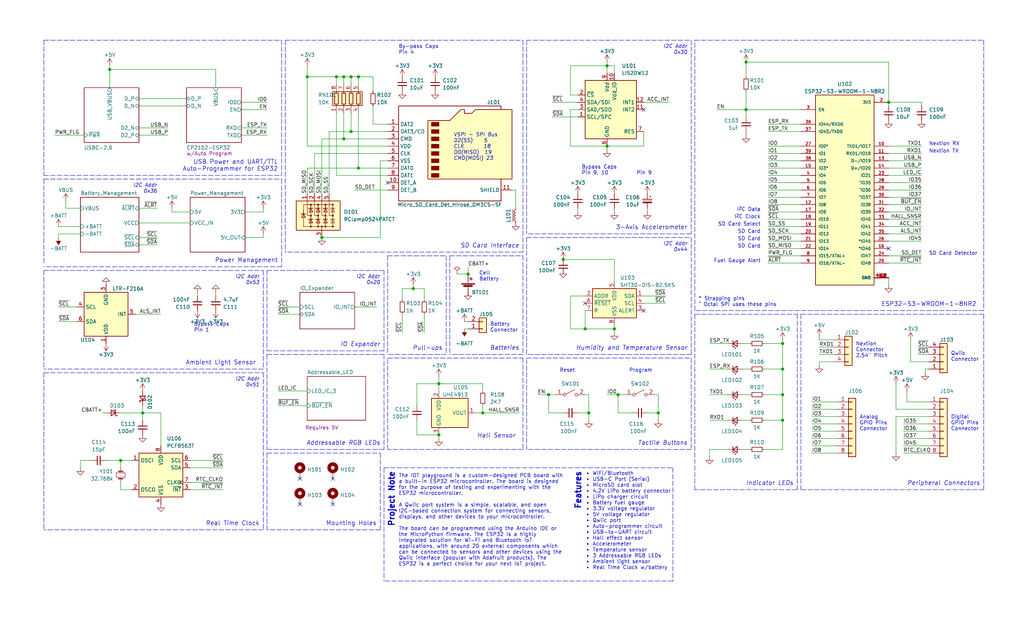
<source format=kicad_sch>
(kicad_sch (version 20230121) (generator eeschema)
  (paper "USLegal")
  (title_block (title "IOT Playground Board - ESP32") (date "2023-02-07") (rev "A") (company "Joshua Butler, MD, MHI"))
  (junction (at 143.51 100.33))
  (junction (at 106.68 26.67))
  (junction (at 204.47 143.51))
  (junction (at 259.08 38.1))
  (junction (at 213.36 114.3))
  (junction (at 167.64 143.51))
  (junction (at 228.6 143.51))
  (junction (at 271.78 137.16))
  (junction (at 38.1 24.13))
  (junction (at 124.46 26.67))
  (junction (at 271.78 119.38))
  (junction (at 152.4 151.13))
  (junction (at 203.2 114.3))
  (junction (at 271.78 146.05))
  (junction (at 124.46 58.42))
  (junction (at 121.92 45.72))
  (junction (at 49.53 143.51))
  (junction (at 162.56 95.25))
  (junction (at 41.91 160.02))
  (junction (at 210.82 22.86))
  (junction (at 210.82 50.8))
  (junction (at 190.5 137.16))
  (junction (at 119.38 48.26))
  (junction (at 214.63 137.16))
  (junction (at 152.4 133.35))
  (junction (at 271.78 128.27))
  (junction (at 259.08 21.59))
  (junction (at 116.84 26.67))
  (junction (at 121.92 26.67))
  (junction (at 195.58 90.17))
  (junction (at 308.61 35.56))
  (junction (at 119.38 26.67))
  (junction (at 111.76 82.55))
  (no_connect (at 308.61 86.36))
  (no_connect (at 104.14 166.37))
  (no_connect (at 134.62 63.5))
  (no_connect (at 223.52 107.95))
  (no_connect (at 115.57 166.37))
  (no_connect (at 223.52 38.1))
  (no_connect (at 115.57 175.26))
  (no_connect (at 104.14 175.26))
  (no_connect (at 203.2 105.41))
  (polyline (pts (xy 276.86 109.22) (xy 276.86 170.18)) (stroke (width 0) (type dash)))
  (polyline (pts (xy 182.88 124.46) (xy 240.03 124.46)) (stroke (width 0) (type dash)))
  (wire (pts (xy 27.94 162.56) (xy 27.94 160.02)))
  (wire (pts (xy 248.92 38.1) (xy 259.08 38.1)))
  (wire (pts (xy 266.7 86.36) (xy 278.13 86.36)))
  (wire (pts (xy 278.13 43.18) (xy 266.7 43.18)))
  (wire (pts (xy 203.2 102.87) (xy 198.12 102.87)))
  (polyline (pts (xy 240.03 81.28) (xy 182.88 81.28)) (stroke (width 0) (type dash)))
  (polyline (pts (xy 91.44 129.54) (xy 91.44 184.15)) (stroke (width 0) (type dash)))
  (wire (pts (xy 219.71 143.51) (xy 214.63 143.51)))
  (wire (pts (xy 49.53 143.51) (xy 55.88 143.51)))
  (wire (pts (xy 281.94 152.4) (xy 290.83 152.4)))
  (wire (pts (xy 289.56 118.11) (xy 284.48 118.11)))
  (wire (pts (xy 203.2 137.16) (xy 204.47 137.16)))
  (wire (pts (xy 224.79 73.66) (xy 224.79 72.39)))
  (polyline (pts (xy 15.24 62.23) (xy 15.24 91.44)) (stroke (width 0) (type dash)))
  (polyline (pts (xy 15.24 60.96) (xy 97.79 60.96)) (stroke (width 0) (type dash)))
  (wire (pts (xy 66.04 170.18) (xy 77.47 170.18)))
  (wire (pts (xy 213.36 114.3) (xy 213.36 115.57)))
  (wire (pts (xy 132.08 55.88) (xy 132.08 82.55)))
  (wire (pts (xy 152.4 133.35) (xy 152.4 135.89)))
  (wire (pts (xy 284.48 123.19) (xy 289.56 123.19)))
  (wire (pts (xy 281.94 139.7) (xy 290.83 139.7)))
  (wire (pts (xy 198.12 114.3) (xy 203.2 114.3)))
  (wire (pts (xy 49.53 140.97) (xy 49.53 143.51)))
  (wire (pts (xy 144.78 151.13) (xy 152.4 151.13)))
  (wire (pts (xy 66.04 73.66) (xy 59.69 73.66)))
  (wire (pts (xy 198.12 22.86) (xy 210.82 22.86)))
  (wire (pts (xy 308.61 83.82) (xy 320.04 83.82)))
  (polyline (pts (xy 240.03 123.19) (xy 182.88 123.19)) (stroke (width 0) (type dash)))
  (polyline (pts (xy 181.61 13.97) (xy 181.61 87.63)) (stroke (width 0) (type dash)))
  (wire (pts (xy 266.7 83.82) (xy 278.13 83.82)))
  (polyline (pts (xy 91.44 184.15) (xy 15.24 184.15)) (stroke (width 0) (type dash)))
  (polyline (pts (xy 97.79 13.97) (xy 97.79 60.96)) (stroke (width 0) (type dash)))
  (wire (pts (xy 106.68 26.67) (xy 106.68 50.8)))
  (wire (pts (xy 116.84 39.37) (xy 116.84 60.96)))
  (wire (pts (xy 198.12 102.87) (xy 198.12 114.3)))
  (wire (pts (xy 186.69 137.16) (xy 190.5 137.16)))
  (wire (pts (xy 223.52 105.41) (xy 231.14 105.41)))
  (wire (pts (xy 284.48 127) (xy 284.48 125.73)))
  (polyline (pts (xy 133.35 162.56) (xy 233.68 162.56)) (stroke (width 0) (type dash)))
  (wire (pts (xy 313.69 152.4) (xy 322.58 152.4)))
  (wire (pts (xy 227.33 137.16) (xy 228.6 137.16)))
  (wire (pts (xy 278.13 45.72) (xy 266.7 45.72)))
  (polyline (pts (xy 132.08 157.48) (xy 132.08 184.15)) (stroke (width 0) (type dash)))
  (wire (pts (xy 139.7 109.22) (xy 139.7 115.57)))
  (wire (pts (xy 106.68 140.97) (xy 96.52 140.97)))
  (wire (pts (xy 158.75 95.25) (xy 162.56 95.25)))
  (polyline (pts (xy 133.35 121.92) (xy 92.71 121.92)) (stroke (width 0) (type dash)))
  (wire (pts (xy 271.78 146.05) (xy 271.78 156.21)))
  (wire (pts (xy 322.58 144.78) (xy 311.15 144.78)))
  (wire (pts (xy 48.26 34.29) (xy 64.77 34.29)))
  (wire (pts (xy 48.26 82.55) (xy 54.61 82.55)))
  (wire (pts (xy 308.61 50.8) (xy 320.04 50.8)))
  (wire (pts (xy 41.91 160.02) (xy 45.72 160.02)))
  (wire (pts (xy 198.12 50.8) (xy 210.82 50.8)))
  (wire (pts (xy 124.46 58.42) (xy 134.62 58.42)))
  (wire (pts (xy 111.76 48.26) (xy 119.38 48.26)))
  (polyline (pts (xy 241.3 107.95) (xy 241.3 13.97)) (stroke (width 0) (type dash)))
  (wire (pts (xy 147.32 115.57) (xy 147.32 109.22)))
  (wire (pts (xy 252.73 119.38) (xy 246.38 119.38)))
  (wire (pts (xy 252.73 128.27) (xy 246.38 128.27)))
  (wire (pts (xy 246.38 156.21) (xy 246.38 158.75)))
  (wire (pts (xy 83.82 38.1) (xy 92.71 38.1)))
  (wire (pts (xy 106.68 22.86) (xy 106.68 26.67)))
  (polyline (pts (xy 241.3 109.22) (xy 241.3 170.18)) (stroke (width 0) (type dash)))
  (wire (pts (xy 308.61 58.42) (xy 320.04 58.42)))
  (wire (pts (xy 308.61 63.5) (xy 320.04 63.5)))
  (wire (pts (xy 167.64 143.51) (xy 180.34 143.51)))
  (wire (pts (xy 203.2 114.3) (xy 213.36 114.3)))
  (wire (pts (xy 259.08 45.72) (xy 259.08 46.99)))
  (wire (pts (xy 311.15 144.78) (xy 311.15 157.48)))
  (wire (pts (xy 281.94 157.48) (xy 290.83 157.48)))
  (wire (pts (xy 308.61 53.34) (xy 320.04 53.34)))
  (polyline (pts (xy 276.86 170.18) (xy 241.3 170.18)) (stroke (width 0) (type dash)))
  (wire (pts (xy 259.08 38.1) (xy 259.08 40.64)))
  (polyline (pts (xy 15.24 62.23) (xy 97.79 62.23)) (stroke (width 0) (type dash)))
  (polyline (pts (xy 15.24 93.98) (xy 15.24 128.27)) (stroke (width 0) (type dash)))
  (polyline (pts (xy 241.3 13.97) (xy 341.63 13.97)) (stroke (width 0) (type dash)))
  (wire (pts (xy 20.32 111.76) (xy 26.67 111.76)))
  (wire (pts (xy 83.82 46.99) (xy 92.71 46.99)))
  (wire (pts (xy 311.15 142.24) (xy 311.15 133.35)))
  (polyline (pts (xy 240.03 124.46) (xy 240.03 156.21)) (stroke (width 0) (type dash)))
  (wire (pts (xy 48.26 77.47) (xy 66.04 77.47)))
  (wire (pts (xy 116.84 26.67) (xy 116.84 29.21)))
  (wire (pts (xy 129.54 26.67) (xy 124.46 26.67)))
  (wire (pts (xy 308.61 81.28) (xy 320.04 81.28)))
  (wire (pts (xy 260.35 119.38) (xy 257.81 119.38)))
  (wire (pts (xy 144.78 146.05) (xy 144.78 151.13)))
  (wire (pts (xy 308.61 35.56) (xy 320.04 35.56)))
  (wire (pts (xy 124.46 39.37) (xy 124.46 58.42)))
  (wire (pts (xy 114.3 45.72) (xy 114.3 67.31)))
  (wire (pts (xy 129.54 43.18) (xy 129.54 36.83)))
  (wire (pts (xy 210.82 52.07) (xy 210.82 50.8)))
  (wire (pts (xy 266.7 60.96) (xy 278.13 60.96)))
  (wire (pts (xy 308.61 71.12) (xy 320.04 71.12)))
  (wire (pts (xy 308.61 36.83) (xy 308.61 35.56)))
  (wire (pts (xy 308.61 96.52) (xy 308.61 99.06)))
  (polyline (pts (xy 341.63 13.97) (xy 341.63 107.95)) (stroke (width 0) (type dash)))
  (wire (pts (xy 200.66 33.02) (xy 198.12 33.02)))
  (polyline (pts (xy 92.71 123.19) (xy 92.71 156.21)) (stroke (width 0) (type dash)))
  (polyline (pts (xy 341.63 107.95) (xy 241.3 107.95)) (stroke (width 0) (type dash)))
  (wire (pts (xy 132.08 82.55) (xy 111.76 82.55)))
  (wire (pts (xy 114.3 45.72) (xy 121.92 45.72)))
  (wire (pts (xy 271.78 128.27) (xy 271.78 137.16)))
  (polyline (pts (xy 233.68 162.56) (xy 233.68 201.93)) (stroke (width 0) (type dash)))
  (wire (pts (xy 161.29 114.3) (xy 162.56 114.3)))
  (polyline (pts (xy 154.94 88.9) (xy 154.94 123.19)) (stroke (width 0) (type dash)))
  (polyline (pts (xy 91.44 93.98) (xy 91.44 128.27)) (stroke (width 0) (type dash)))
  (wire (pts (xy 48.26 72.39) (xy 54.61 72.39)))
  (polyline (pts (xy 92.71 93.98) (xy 92.71 121.92)) (stroke (width 0) (type dash)))
  (wire (pts (xy 271.78 137.16) (xy 271.78 146.05)))
  (wire (pts (xy 252.73 137.16) (xy 246.38 137.16)))
  (wire (pts (xy 119.38 48.26) (xy 134.62 48.26)))
  (wire (pts (xy 320.04 35.56) (xy 320.04 36.83)))
  (polyline (pts (xy 278.13 109.22) (xy 278.13 170.18)) (stroke (width 0) (type dash)))
  (wire (pts (xy 152.4 151.13) (xy 152.4 152.4)))
  (wire (pts (xy 322.58 125.73) (xy 316.23 125.73)))
  (wire (pts (xy 308.61 73.66) (xy 320.04 73.66)))
  (wire (pts (xy 266.7 66.04) (xy 278.13 66.04)))
  (wire (pts (xy 121.92 39.37) (xy 121.92 45.72)))
  (wire (pts (xy 38.1 24.13) (xy 38.1 30.48)))
  (polyline (pts (xy 134.62 88.9) (xy 154.94 88.9)) (stroke (width 0) (type dash)))
  (wire (pts (xy 308.61 21.59) (xy 308.61 35.56)))
  (wire (pts (xy 74.93 24.13) (xy 74.93 30.48)))
  (wire (pts (xy 66.04 167.64) (xy 77.47 167.64)))
  (polyline (pts (xy 240.03 13.97) (xy 240.03 81.28)) (stroke (width 0) (type dash)))
  (wire (pts (xy 308.61 88.9) (xy 320.04 88.9)))
  (wire (pts (xy 284.48 125.73) (xy 289.56 125.73)))
  (wire (pts (xy 83.82 35.56) (xy 92.71 35.56)))
  (wire (pts (xy 109.22 53.34) (xy 134.62 53.34)))
  (wire (pts (xy 266.7 53.34) (xy 278.13 53.34)))
  (wire (pts (xy 49.53 143.51) (xy 49.53 146.05)))
  (wire (pts (xy 284.48 120.65) (xy 289.56 120.65)))
  (wire (pts (xy 223.52 45.72) (xy 223.52 50.8)))
  (wire (pts (xy 252.73 146.05) (xy 246.38 146.05)))
  (wire (pts (xy 191.77 35.56) (xy 200.66 35.56)))
  (wire (pts (xy 68.58 101.6) (xy 68.58 102.87)))
  (wire (pts (xy 228.6 143.51) (xy 228.6 146.05)))
  (wire (pts (xy 162.56 101.6) (xy 162.56 102.87)))
  (wire (pts (xy 147.32 104.14) (xy 147.32 100.33)))
  (wire (pts (xy 271.78 119.38) (xy 271.78 128.27)))
  (wire (pts (xy 119.38 39.37) (xy 119.38 48.26)))
  (wire (pts (xy 198.12 33.02) (xy 198.12 22.86)))
  (wire (pts (xy 281.94 142.24) (xy 290.83 142.24)))
  (wire (pts (xy 278.13 50.8) (xy 266.7 50.8)))
  (wire (pts (xy 119.38 29.21) (xy 119.38 26.67)))
  (polyline (pts (xy 240.03 82.55) (xy 240.03 123.19)) (stroke (width 0) (type dash)))
  (wire (pts (xy 322.58 128.27) (xy 321.31 128.27)))
  (polyline (pts (xy 133.35 93.98) (xy 133.35 121.92)) (stroke (width 0) (type dash)))
  (wire (pts (xy 55.88 143.51) (xy 55.88 154.94)))
  (polyline (pts (xy 181.61 156.21) (xy 134.62 156.21)) (stroke (width 0) (type dash)))
  (wire (pts (xy 266.7 73.66) (xy 278.13 73.66)))
  (wire (pts (xy 259.08 31.75) (xy 259.08 38.1)))
  (wire (pts (xy 308.61 68.58) (xy 320.04 68.58)))
  (wire (pts (xy 266.7 68.58) (xy 278.13 68.58)))
  (wire (pts (xy 316.23 125.73) (xy 316.23 118.11)))
  (wire (pts (xy 266.7 58.42) (xy 278.13 58.42)))
  (polyline (pts (xy 181.61 88.9) (xy 181.61 123.19)) (stroke (width 0) (type dash)))
  (wire (pts (xy 109.22 53.34) (xy 109.22 67.31)))
  (wire (pts (xy 223.52 102.87) (xy 231.14 102.87)))
  (wire (pts (xy 213.36 22.86) (xy 210.82 22.86)))
  (wire (pts (xy 27.94 160.02) (xy 31.75 160.02)))
  (wire (pts (xy 48.26 36.83) (xy 64.77 36.83)))
  (polyline (pts (xy 182.88 82.55) (xy 240.03 82.55)) (stroke (width 0) (type dash)))
  (wire (pts (xy 308.61 66.04) (xy 320.04 66.04)))
  (wire (pts (xy 259.08 38.1) (xy 278.13 38.1)))
  (wire (pts (xy 167.64 135.89) (xy 167.64 133.35)))
  (wire (pts (xy 48.26 46.99) (xy 58.42 46.99)))
  (wire (pts (xy 121.92 26.67) (xy 124.46 26.67)))
  (wire (pts (xy 36.83 160.02) (xy 41.91 160.02)))
  (wire (pts (xy 19.05 46.99) (xy 29.21 46.99)))
  (wire (pts (xy 144.78 140.97) (xy 144.78 133.35)))
  (wire (pts (xy 129.54 26.67) (xy 129.54 31.75)))
  (wire (pts (xy 123.19 106.68) (xy 130.81 106.68)))
  (wire (pts (xy 27.94 72.39) (xy 22.86 72.39)))
  (wire (pts (xy 260.35 146.05) (xy 257.81 146.05)))
  (wire (pts (xy 195.58 93.98) (xy 195.58 95.25)))
  (polyline (pts (xy 92.71 157.48) (xy 132.08 157.48)) (stroke (width 0) (type dash)))
  (wire (pts (xy 308.61 55.88) (xy 320.04 55.88)))
  (wire (pts (xy 308.61 78.74) (xy 320.04 78.74)))
  (wire (pts (xy 41.91 167.64) (xy 41.91 170.18)))
  (wire (pts (xy 314.96 139.7) (xy 322.58 139.7)))
  (wire (pts (xy 224.79 143.51) (xy 228.6 143.51)))
  (wire (pts (xy 318.77 120.65) (xy 322.58 120.65)))
  (wire (pts (xy 134.62 43.18) (xy 129.54 43.18)))
  (polyline (pts (xy 181.61 124.46) (xy 181.61 156.21)) (stroke (width 0) (type dash)))
  (wire (pts (xy 271.78 118.11) (xy 271.78 119.38)))
  (wire (pts (xy 123.19 66.04) (xy 134.62 66.04)))
  (polyline (pts (xy 156.21 88.9) (xy 181.61 88.9)) (stroke (width 0) (type dash)))
  (wire (pts (xy 143.51 99.06) (xy 143.51 100.33)))
  (wire (pts (xy 41.91 160.02) (xy 41.91 162.56)))
  (wire (pts (xy 204.47 137.16) (xy 204.47 143.51)))
  (wire (pts (xy 271.78 146.05) (xy 265.43 146.05)))
  (polyline (pts (xy 132.08 184.15) (xy 92.71 184.15)) (stroke (width 0) (type dash)))
  (wire (pts (xy 204.47 143.51) (xy 204.47 146.05)))
  (wire (pts (xy 22.86 72.39) (xy 22.86 69.85)))
  (polyline (pts (xy 240.03 156.21) (xy 182.88 156.21)) (stroke (width 0) (type dash)))
  (wire (pts (xy 119.38 26.67) (xy 121.92 26.67)))
  (wire (pts (xy 162.56 92.71) (xy 162.56 95.25)))
  (wire (pts (xy 281.94 144.78) (xy 290.83 144.78)))
  (polyline (pts (xy 241.3 109.22) (xy 276.86 109.22)) (stroke (width 0) (type dash)))
  (polyline (pts (xy 181.61 87.63) (xy 99.06 87.63)) (stroke (width 0) (type dash)))
  (wire (pts (xy 85.09 82.55) (xy 91.44 82.55)))
  (wire (pts (xy 266.7 81.28) (xy 278.13 81.28)))
  (wire (pts (xy 198.12 38.1) (xy 198.12 50.8)))
  (wire (pts (xy 308.61 91.44) (xy 320.04 91.44)))
  (wire (pts (xy 106.68 58.42) (xy 124.46 58.42)))
  (wire (pts (xy 213.36 73.66) (xy 213.36 72.39)))
  (wire (pts (xy 91.44 73.66) (xy 85.09 73.66)))
  (wire (pts (xy 214.63 143.51) (xy 214.63 137.16)))
  (polyline (pts (xy 133.35 123.19) (xy 133.35 156.21)) (stroke (width 0) (type dash)))
  (wire (pts (xy 223.52 50.8) (xy 210.82 50.8)))
  (wire (pts (xy 213.36 90.17) (xy 195.58 90.17)))
  (wire (pts (xy 313.69 154.94) (xy 322.58 154.94)))
  (wire (pts (xy 139.7 100.33) (xy 139.7 104.14)))
  (wire (pts (xy 318.77 123.19) (xy 322.58 123.19)))
  (wire (pts (xy 210.82 22.86) (xy 210.82 25.4)))
  (wire (pts (xy 66.04 162.56) (xy 77.47 162.56)))
  (polyline (pts (xy 154.94 123.19) (xy 134.62 123.19)) (stroke (width 0) (type dash)))
  (wire (pts (xy 200.66 38.1) (xy 198.12 38.1)))
  (wire (pts (xy 20.32 81.28) (xy 27.94 81.28)))
  (wire (pts (xy 311.15 142.24) (xy 322.58 142.24)))
  (wire (pts (xy 190.5 137.16) (xy 193.04 137.16)))
  (wire (pts (xy 152.4 130.81) (xy 152.4 133.35)))
  (wire (pts (xy 91.44 72.39) (xy 91.44 73.66)))
  (wire (pts (xy 260.35 128.27) (xy 257.81 128.27)))
  (polyline (pts (xy 341.63 109.22) (xy 341.63 170.18)) (stroke (width 0) (type dash)))
  (wire (pts (xy 278.13 88.9) (xy 266.7 88.9)))
  (wire (pts (xy 143.51 100.33) (xy 139.7 100.33)))
  (polyline (pts (xy 341.63 170.18) (xy 278.13 170.18)) (stroke (width 0) (type dash)))
  (wire (pts (xy 106.68 50.8) (xy 134.62 50.8)))
  (wire (pts (xy 121.92 45.72) (xy 134.62 45.72)))
  (wire (pts (xy 308.61 60.96) (xy 320.04 60.96)))
  (wire (pts (xy 161.29 111.76) (xy 162.56 111.76)))
  (polyline (pts (xy 92.71 157.48) (xy 92.71 184.15)) (stroke (width 0) (type dash)))
  (wire (pts (xy 20.32 81.28) (xy 20.32 82.55)))
  (wire (pts (xy 111.76 48.26) (xy 111.76 67.31)))
  (wire (pts (xy 124.46 29.21) (xy 124.46 26.67)))
  (wire (pts (xy 134.62 55.88) (xy 132.08 55.88)))
  (polyline (pts (xy 97.79 92.71) (xy 15.24 92.71)) (stroke (width 0) (type dash)))
  (wire (pts (xy 213.36 97.79) (xy 213.36 90.17)))
  (wire (pts (xy 38.1 22.86) (xy 38.1 24.13)))
  (wire (pts (xy 266.7 78.74) (xy 278.13 78.74)))
  (wire (pts (xy 313.69 147.32) (xy 322.58 147.32)))
  (polyline (pts (xy 97.79 62.23) (xy 97.79 92.71)) (stroke (width 0) (type dash)))
  (polyline (pts (xy 181.61 123.19) (xy 156.21 123.19)) (stroke (width 0) (type dash)))
  (wire (pts (xy 213.36 25.4) (xy 213.36 22.86)))
  (wire (pts (xy 308.61 21.59) (xy 259.08 21.59)))
  (wire (pts (xy 260.35 137.16) (xy 257.81 137.16)))
  (wire (pts (xy 278.13 55.88) (xy 266.7 55.88)))
  (wire (pts (xy 121.92 29.21) (xy 121.92 26.67)))
  (polyline (pts (xy 278.13 109.22) (xy 341.63 109.22)) (stroke (width 0) (type dash)))
  (wire (pts (xy 191.77 40.64) (xy 200.66 40.64)))
  (wire (pts (xy 195.58 143.51) (xy 190.5 143.51)))
  (wire (pts (xy 200.66 143.51) (xy 204.47 143.51)))
  (wire (pts (xy 179.07 66.04) (xy 179.07 72.39)))
  (wire (pts (xy 314.96 139.7) (xy 314.96 135.89)))
  (polyline (pts (xy 182.88 82.55) (xy 182.88 123.19)) (stroke (width 0) (type dash)))
  (wire (pts (xy 106.68 58.42) (xy 106.68 67.31)))
  (wire (pts (xy 200.66 73.66) (xy 200.66 72.39)))
  (polyline (pts (xy 99.06 13.97) (xy 99.06 87.63)) (stroke (width 0) (type dash)))
  (wire (pts (xy 190.5 143.51) (xy 190.5 137.16)))
  (polyline (pts (xy 182.88 13.97) (xy 182.88 81.28)) (stroke (width 0) (type dash)))
  (wire (pts (xy 266.7 63.5) (xy 278.13 63.5)))
  (wire (pts (xy 266.7 76.2) (xy 278.13 76.2)))
  (wire (pts (xy 308.61 76.2) (xy 320.04 76.2)))
  (wire (pts (xy 147.32 100.33) (xy 143.51 100.33)))
  (wire (pts (xy 106.68 26.67) (xy 116.84 26.67)))
  (wire (pts (xy 116.84 60.96) (xy 134.62 60.96)))
  (wire (pts (xy 48.26 44.45) (xy 58.42 44.45)))
  (wire (pts (xy 41.91 170.18) (xy 45.72 170.18)))
  (wire (pts (xy 210.82 21.59) (xy 210.82 22.86)))
  (wire (pts (xy 66.04 160.02) (xy 77.47 160.02)))
  (wire (pts (xy 104.14 106.68) (xy 96.52 106.68)))
  (wire (pts (xy 321.31 128.27) (xy 321.31 129.54)))
  (wire (pts (xy 144.78 133.35) (xy 152.4 133.35)))
  (wire (pts (xy 214.63 137.16) (xy 217.17 137.16)))
  (wire (pts (xy 167.64 140.97) (xy 167.64 143.51)))
  (polyline (pts (xy 134.62 88.9) (xy 134.62 123.19)) (stroke (width 0) (type dash)))
  (wire (pts (xy 271.78 128.27) (xy 265.43 128.27)))
  (wire (pts (xy 266.7 71.12) (xy 278.13 71.12)))
  (wire (pts (xy 271.78 156.21) (xy 265.43 156.21)))
  (wire (pts (xy 74.93 101.6) (xy 74.93 102.87)))
  (polyline (pts (xy 15.24 93.98) (xy 91.44 93.98)) (stroke (width 0) (type dash)))
  (wire (pts (xy 213.36 113.03) (xy 213.36 114.3)))
  (polyline (pts (xy 99.06 13.97) (xy 181.61 13.97)) (stroke (width 0) (type dash)))
  (polyline (pts (xy 233.68 201.93) (xy 133.35 201.93)) (stroke (width 0) (type dash)))
  (wire (pts (xy 271.78 137.16) (xy 265.43 137.16)))
  (wire (pts (xy 177.8 66.04) (xy 179.07 66.04)))
  (wire (pts (xy 223.52 35.56) (xy 232.41 35.56)))
  (polyline (pts (xy 92.71 93.98) (xy 133.35 93.98)) (stroke (width 0) (type dash)))
  (wire (pts (xy 313.69 157.48) (xy 322.58 157.48)))
  (wire (pts (xy 35.56 143.51) (xy 36.83 143.51)))
  (polyline (pts (xy 91.44 128.27) (xy 15.24 128.27)) (stroke (width 0) (type dash)))
  (wire (pts (xy 281.94 154.94) (xy 290.83 154.94)))
  (polyline (pts (xy 15.24 129.54) (xy 15.24 184.15)) (stroke (width 0) (type dash)))
  (polyline (pts (xy 133.35 162.56) (xy 133.35 201.93)) (stroke (width 0) (type dash)))
  (wire (pts (xy 260.35 156.21) (xy 257.81 156.21)))
  (wire (pts (xy 91.44 82.55) (xy 91.44 81.28)))
  (wire (pts (xy 41.91 143.51) (xy 49.53 143.51)))
  (polyline (pts (xy 15.24 129.54) (xy 91.44 129.54)) (stroke (width 0) (type dash)))
  (wire (pts (xy 259.08 21.59) (xy 259.08 26.67)))
  (wire (pts (xy 48.26 85.09) (xy 54.61 85.09)))
  (wire (pts (xy 20.32 78.74) (xy 27.94 78.74)))
  (polyline (pts (xy 134.62 124.46) (xy 181.61 124.46)) (stroke (width 0) (type dash)))
  (wire (pts (xy 167.64 133.35) (xy 152.4 133.35)))
  (wire (pts (xy 106.68 135.89) (xy 96.52 135.89)))
  (polyline (pts (xy 15.24 13.97) (xy 97.79 13.97)) (stroke (width 0) (type dash)))
  (wire (pts (xy 281.94 147.32) (xy 290.83 147.32)))
  (wire (pts (xy 271.78 119.38) (xy 265.43 119.38)))
  (polyline (pts (xy 182.88 156.21) (xy 182.88 124.46)) (stroke (width 0) (type dash)))
  (wire (pts (xy 203.2 107.95) (xy 203.2 114.3)))
  (wire (pts (xy 210.82 137.16) (xy 214.63 137.16)))
  (polyline (pts (xy 134.62 156.21) (xy 134.62 124.46)) (stroke (width 0) (type dash)))
  (wire (pts (xy 116.84 26.67) (xy 119.38 26.67)))
  (wire (pts (xy 278.13 91.44) (xy 266.7 91.44)))
  (wire (pts (xy 252.73 156.21) (xy 246.38 156.21)))
  (wire (pts (xy 104.14 109.22) (xy 96.52 109.22)))
  (wire (pts (xy 165.1 143.51) (xy 167.64 143.51)))
  (polyline (pts (xy 156.21 88.9) (xy 156.21 123.19)) (stroke (width 0) (type dash)))
  (wire (pts (xy 59.69 73.66) (xy 59.69 72.39)))
  (wire (pts (xy 20.32 106.68) (xy 26.67 106.68)))
  (wire (pts (xy 228.6 137.16) (xy 228.6 143.51)))
  (wire (pts (xy 281.94 149.86) (xy 290.83 149.86)))
  (polyline (pts (xy 15.24 13.97) (xy 15.24 60.96)) (stroke (width 0) (type dash)))
  (polyline (pts (xy 133.35 156.21) (xy 92.71 156.21)) (stroke (width 0) (type dash)))
  (wire (pts (xy 83.82 44.45) (xy 92.71 44.45)))
  (wire (pts (xy 55.88 109.22) (xy 46.99 109.22)))
  (polyline (pts (xy 92.71 123.19) (xy 133.35 123.19)) (stroke (width 0) (type dash)))
  (wire (pts (xy 313.69 149.86) (xy 322.58 149.86)))
  (wire (pts (xy 38.1 24.13) (xy 74.93 24.13)))
  (wire (pts (xy 284.48 118.11) (xy 284.48 116.84)))
  (polyline (pts (xy 182.88 13.97) (xy 240.03 13.97)) (stroke (width 0) (type dash)))
  (text "Mounting Holes" (at 130.81 182.88 0) (effects (font (size 1.5 1.5)) (justify right bottom)))
  (text "Humidity and Temperature Sensor" (at 238.76 121.92 0) (effects (font (size 1.5 1.5) italic) (justify right bottom)))
  (text "Hall Sensor" (at 179.07 152.4 0) (effects (font (size 1.5 1.5) italic) (justify right bottom)))
  (text "Bypass Caps\nPin 9, 10" (at 201.93 60.96 0) (effects (font (size 1.27 1.27)) (justify left bottom)))
  (text "Fuel Gauge Alert" (at 264.16 91.44 0) (effects (font (size 1.27 1.27)) (justify right bottom)))
  (text "SD Card Select" (at 264.16 78.74 0) (effects (font (size 1.27 1.27)) (justify right bottom)))
  (text "SD Card Detector" (at 322.58 88.9 0) (effects (font (size 1.27 1.27)) (justify left bottom)))
  (text "By-pass Caps\nPin 4" (at 138.43 19.05 0) (effects (font (size 1.27 1.27)) (justify left bottom)))
  (text "I2C Addr\n0x51" (at 90.17 134.62 0) (effects (font (size 1.27 1.27) italic) (justify right bottom)))
  (text "I2C Addr\n0x53" (at 90.17 99.06 0) (effects (font (size 1.27 1.27) italic) (justify right bottom)))
  (text "SD Card" (at 264.16 81.28 0) (effects (font (size 1.27 1.27)) (justify right bottom)))
  (text "Tactile Buttons" (at 238.76 154.94 0) (effects (font (size 1.5 1.5) italic) (justify right bottom)))
  (text "Battery\nConnector" (at 170.18 115.57 0) (effects (font (size 1.27 1.27)) (justify left bottom)))
  (text "I^{2}C Data" (at 264.16 73.66 0) (effects (font (size 1.27 1.27)) (justify right bottom)))
  (text "Analog\nGPIO Pins\nConnector" (at 298.45 149.86 0) (effects (font (size 1.27 1.27)) (justify left bottom)))
  (text "VSPI - SPI Bus\nD2(SS)    5\nCLK       18\nD0(MISO)  19\nCMD(MOSI) 23" (at 157.48 55.88 0) (effects (font (size 1.27 1.27) italic) (justify left bottom)))
  (text "3-Axis Accelerometer" (at 238.76 80.01 0) (effects (font (size 1.5 1.5)) (justify right bottom)))
  (text "* Strapping pins\n^ Octal SPI uses these pins" (at 242.57 106.68 0) (effects (font (size 1.27 1.27)) (justify left bottom)))
  (text "Peripheral Connectors" (at 340.36 168.91 0) (effects (font (size 1.5 1.5) italic) (justify right bottom)))
  (text "Features" (at 201.93 163.83 90) (effects (font (size 2 2) (thickness 0.4) bold) (justify right bottom)))
  (text "I2C Addr\n0x36" (at 54.61 67.31 0) (effects (font (size 1.27 1.27) italic) (justify right bottom)))
  (text "Batteries" (at 180.34 121.92 0) (effects (font (size 1.5 1.5) italic) (justify right bottom)))
  (text "Nextion TX" (at 322.58 53.34 0) (effects (font (size 1.27 1.27)) (justify left bottom)))
  (text "• WiFi/Bluetooth\n• USB-C Port (Serial)\n• MicroSD card slot\n• 4.2V LiPo battery connector\n• LiPo charger circuit\n• Battery fuel gauge\n• 3.3V voltage regulator\n• 5V voltage regulator\n• Qwiic port\n• Auto-programmer circuit\n• USB-to-UART circuit\n• Hall effect sensor\n• Accelerometer\n• Temperature sensor\n• 3 Addressable RGB LEDs\n• Ambient light sensor\n• Real Time Clock w/battery" (at 203.2 198.12 0) (effects (font (size 1.27 1.27)) (justify left bottom)))
  (text "Real Time Clock" (at 90.17 182.88 0) (effects (font (size 1.5 1.5)) (justify right bottom)))
  (text "I^{2}C Clock\n" (at 264.16 76.2 0) (effects (font (size 1.27 1.27)) (justify right bottom)))
  (text "Power Management" (at 96.52 91.44 0) (effects (font (size 1.5 1.5)) (justify right bottom)))
  (text "Ambient Light Sensor" (at 88.9 127 0) (effects (font (size 1.5 1.5)) (justify right bottom)))
  (text "Reset" (at 194.31 129.54 0) (effects (font (size 1.27 1.27)) (justify left bottom)))
  (text "SD Card Interface" (at 180.34 86.36 0) (effects (font (size 1.5 1.5) italic) (justify right bottom)))
  (text "Nextion RX" (at 322.58 50.8 0) (effects (font (size 1.27 1.27)) (justify left bottom)))
  (text "Digital\nGPIO Pins\nConnector" (at 330.2 149.86 0) (effects (font (size 1.27 1.27)) (justify left bottom)))
  (text "I2C Addr\n0x30" (at 238.76 19.05 0) (effects (font (size 1.27 1.27) italic) (justify right bottom)))
  (text "Qwiic\nConnector" (at 330.2 125.73 0) (effects (font (size 1.27 1.27)) (justify left bottom)))
  (text "SD Card" (at 264.16 83.82 0) (effects (font (size 1.27 1.27)) (justify right bottom)))
  (text "SD Card" (at 264.16 86.36 0) (effects (font (size 1.27 1.27)) (justify right bottom)))
  (text "Program" (at 218.44 129.54 0) (effects (font (size 1.27 1.27)) (justify left bottom)))
  (text "Project Note" (at 137.16 163.83 90) (effects (font (size 2 2) (thickness 0.4) bold) (justify right bottom)))
  (text "Cell\nBattery" (at 166.37 97.79 0) (effects (font (size 1.27 1.27)) (justify left bottom)))
  (text "I2C Addr\n0x44" (at 238.76 87.63 0) (effects (font (size 1.27 1.27) italic) (justify right bottom)))
  (text "Pull-ups" (at 153.67 121.92 0) (effects (font (size 1.5 1.5) italic) (justify right bottom)))
  (text "I2C Addr\n0x20" (at 132.08 99.06 0) (effects (font (size 1.27 1.27) italic) (justify right bottom)))
  (text "IO Expander" (at 132.08 120.65 0) (effects (font (size 1.5 1.5) italic) (justify right bottom)))
  (text "Addressable RGB LEDs" (at 132.08 154.94 0) (effects (font (size 1.5 1.5) italic) (justify right bottom)))
  (text "ESP32-S3-WROOM-1-8NR2" (at 339.09 106.68 0) (effects (font (size 1.5 1.5)) (justify right bottom)))
  (text "Pin 9" (at 220.98 60.96 0) (effects (font (size 1.27 1.27)) (justify left bottom)))
  (text "The IOT playground is a custom-designed PCB board with\na built-in ESP32 microcontroller. The board is designed\nfor the purpose of testing and experimenting with the\nESP32 microcontroller. \n\nA Qwiic port system is a simple, scalable, and open\nI2C-based connection system for connecting sensors,\ndisplays, and other devices to your microcontroller. \n\nThe board can be programmed using the Arduino IDE or\nthe MicroPython firmware. The ESP32 is a highly\nintegrated solution for Wi-Fi and Bluetooth IoT\napplications, with around 20 external components which\ncan be connected to sensors and other devices using the\nQwiic interface (popular with Adafruit products). The\nESP32 is a perfect choice for your next IoT project.\n" (at 138.43 196.85 0) (effects (font (size 1.27 1.27)) (justify left bottom)))
  (text "Indicator LEDs" (at 275.59 168.91 0) (effects (font (size 1.5 1.5) italic) (justify right bottom)))
  (text "USB Power and UART/TTL\nAuto-Programmer for ESP32" (at 96.52 59.69 0) (effects (font (size 1.5 1.5)) (justify right bottom)))
  (text "Bypass Caps\nPin 1" (at 67.31 115.57 0) (effects (font (size 1.27 1.27)) (justify left bottom)))
  (text "Nextion\nConnector\n2.54\" Pitch" (at 297.18 124.46 0) (effects (font (size 1.27 1.27)) (justify left bottom)))
  (label "IO_INT" (at 130.81 106.68 180))
  (label "IO37" (at 313.69 152.4 0))
  (label "~{ALRT}" (at 54.61 72.39 180))
  (label "~{SDA}" (at 20.32 111.76 0))
  (label "SD_SS" (at 266.7 78.74 0))
  (label "~{SDA}" (at 77.47 162.56 180))
  (label "HALL_SNSR" (at 180.34 143.51 180))
  (label "USB_P" (at 58.42 46.99 180))
  (label "IO2" (at 266.7 55.88 0))
  (label "SD_SS" (at 114.3 67.31 90))
  (label "IO5" (at 266.7 63.5 0))
  (label "EN" (at 186.69 137.16 0))
  (label "IO1" (at 281.94 139.7 0))
  (label "RXD1" (at 320.04 53.34 180))
  (label "SD_DET" (at 320.04 88.9 180))
  (label "IO3" (at 281.94 144.78 0))
  (label "IO36" (at 320.04 66.04 180))
  (label "~{RTC_INT}" (at 320.04 91.44 180))
  (label "~{SDA}" (at 147.32 115.57 90))
  (label "IO2" (at 281.94 142.24 0))
  (label "~{SCL}" (at 191.77 35.56 0))
  (label "~{SDA}" (at 266.7 73.66 0))
  (label "~{SDA}" (at 96.52 109.22 0))
  (label "ALS_INT" (at 55.88 109.22 180))
  (label "~{RTC_INT}" (at 77.47 170.18 180))
  (label "IO35" (at 313.69 147.32 0))
  (label "IO5" (at 281.94 149.86 0))
  (label "IO8" (at 266.7 71.12 0))
  (label "IO0" (at 92.71 35.56 180))
  (label "TXD1" (at 320.04 50.8 180))
  (label "USB_P" (at 320.04 58.42 180))
  (label "PWR_FLG" (at 266.7 88.9 0))
  (label "SD_SCK" (at 266.7 81.28 0))
  (label "IO7" (at 266.7 68.58 0))
  (label "ACC_INT" (at 232.41 35.56 180))
  (label "SD_MISO" (at 106.68 67.31 90))
  (label "RXD1" (at 246.38 146.05 0))
  (label "~{SDA}" (at 191.77 40.64 0))
  (label "IO7" (at 281.94 154.94 0))
  (label "IO6" (at 266.7 66.04 0))
  (label "IO37" (at 320.04 68.58 180))
  (label "ESP_TX" (at 266.7 45.72 0))
  (label "~{SCL}" (at 77.47 160.02 180))
  (label "USB_N" (at 320.04 55.88 180))
  (label "IO45" (at 313.69 154.94 0))
  (label "ALS_INT" (at 320.04 81.28 180))
  (label "TXD1" (at 284.48 123.19 0))
  (label "PWR_FLG" (at 19.05 46.99 0))
  (label "SD_DET" (at 123.19 66.04 0))
  (label "IO36" (at 313.69 149.86 0))
  (label "CBATT+" (at 35.56 143.51 180))
  (label "~{SCL}" (at 231.14 105.41 180))
  (label "~{BUF_EN}" (at 96.52 140.97 0))
  (label "SD_MOSI" (at 111.76 67.31 90))
  (label "TXD1" (at 246.38 137.16 0))
  (label "IO0" (at 266.7 50.8 0))
  (label "LED_IC" (at 320.04 60.96 180))
  (label "IO4" (at 266.7 60.96 0))
  (label "~{SCL}" (at 318.77 120.65 0))
  (label "SD_MOSI" (at 266.7 83.82 0))
  (label "EN" (at 248.92 38.1 0))
  (label "~{SCL}" (at 20.32 106.68 0))
  (label "RTC_CLKO" (at 77.47 167.64 180))
  (label "LED_IC" (at 96.52 135.89 0))
  (label "RTC_CLKO" (at 313.69 157.48 0))
  (label "~{SCL}" (at 54.61 82.55 180))
  (label "SD_SCK" (at 109.22 67.31 90))
  (label "IO8" (at 281.94 157.48 0))
  (label "IO1" (at 266.7 53.34 0))
  (label "~{ALRT}" (at 266.7 91.44 0))
  (label "ESP_RX" (at 266.7 43.18 0))
  (label "CBATT+" (at 162.56 92.71 0))
  (label "IO3" (at 266.7 58.42 0))
  (label "HALL_SNSR" (at 320.04 76.2 180))
  (label "IO4" (at 281.94 147.32 0))
  (label "ACC_INT" (at 320.04 78.74 180))
  (label "~{SCL}" (at 139.7 115.57 90))
  (label "RXD1" (at 284.48 120.65 0))
  (label "~{SDA}" (at 318.77 123.19 0))
  (label "~{BUF_EN}" (at 320.04 71.12 180))
  (label "ESP_RX" (at 92.71 46.99 180))
  (label "IO35" (at 320.04 63.5 180))
  (label "IO_INT" (at 320.04 73.66 180))
  (label "ESP_TX" (at 92.71 44.45 180))
  (label "IO45" (at 320.04 83.82 180))
  (label "SD_MISO" (at 266.7 86.36 0))
  (label "USB_N" (at 58.42 44.45 180))
  (label "ESP_TX" (at 246.38 119.38 0))
  (label "EN" (at 92.71 38.1 180))
  (label "~{SCL}" (at 266.7 76.2 0))
  (label "~{SDA}" (at 54.61 85.09 180))
  (label "~{SDA}" (at 231.14 102.87 180))
  (label "IO6" (at 281.94 152.4 0))
  (label "~{SCL}" (at 96.52 106.68 0))
  (label "IO0" (at 210.82 137.16 0))
  (label "ESP_RX" (at 246.38 128.27 0))
  (symbol (lib_id "power:GND") (at 195.58 93.98 0) (unit 1)
    (property "Reference" "#PWR0126" (effects hide))
    (property "Value" "GND" (effects hide))
  )
  (symbol (lib_id "Device:C_Small") (at 74.93 105.41 0) (mirror x) (unit 1)
    (property "Reference" "C111" (at 77.47 106.6738 0) (effects (justify left)))
    (property "Value" "4.7uF" (at 77.47 104.1338 0) (effects (justify left)))
    (property "Footprint" "Capacitor_SMD:C_0603_1608Metric" (effects hide))
  )
  (symbol (lib_id "power:+3V3") (at 91.44 72.39 0) (unit 1)
    (property "Reference" "#PWR0116" (effects hide))
    (property "Value" "+3V3" (at 91.44 68.58 0))
  )
  (symbol (lib_id "Device:R_Small") (at 139.7 106.68 180) (unit 1)
    (property "Reference" "R103" (at 140.97 105.41 0) (effects (justify right)))
    (property "Value" "1K" (at 140.97 107.95 0) (effects (justify right)))
    (property "Footprint" "Resistor_SMD:R_0603_1608Metric" (effects hide))
    (property "LCSC" "C21190" (effects hide))
  )
  (symbol (lib_id "Device:D_Schottky_Small") (at 49.53 138.43 90) (unit 1)
    (property "Reference" "D102" (at 52.07 137.16 0) (effects (justify right)))
    (property "Value" "D_Schottky" (effects hide))
    (property "Footprint" "Diode_SMD:D_SMA" (effects hide))
    (property "LCSC" "C2480" (effects hide))
  )
  (symbol (lib_id "Device:Crystal_Small") (at 41.91 165.1 90) (mirror x) (unit 1)
    (property "Reference" "Y101" (at 39.37 163.83 90) (effects (justify left)))
    (property "Value" "32.768k" (at 39.37 166.37 90) (effects (justify left)))
    (property "Footprint" "Crystal:Crystal_SMD_3215-2Pin_3.2x1.5mm" (effects hide))
    (property "Datasheet" "https://datasheet.lcsc.com/lcsc/1810171817_Seiko-Epson-Q13FC1350000400_C32346.pdf" (effects hide))
    (property "LCSC" "C32346" (effects hide))
  )
  (symbol (lib_id "Device:R_Pack04") (at 121.92 34.29 0) (unit 1)
    (property "Reference" "RN101" (at 110.49 33.02 0) (effects (justify left)))
    (property "Value" "10K" (at 110.49 35.56 0) (effects (justify left)))
    (property "Footprint" "Resistor_SMD:R_Array_Convex_4x0603" (effects hide))
    (property "LCSC" "C29718" (effects hide))
  )
  (symbol (lib_id "Sensor_Humidity:SHT30-DIS") (at 213.36 105.41 0) (unit 1)
    (property "Reference" "U103" (at 215.3159 96.52 0) (effects (justify left)))
    (property "Value" "SHT30-DIS-B2.5KS" (at 215.3159 99.06 0) (effects (justify left)))
    (property "Footprint" "Sensor_Humidity:Sensirion_DFN-8-1EP_2.5x2.5mm_P0.5mm_EP1.1x1.7mm" (effects hide))
    (property "Datasheet" "https://datasheet.lcsc.com/lcsc/2012111104_Sensirion-SHT30-DIS-B2-5KS_C77361.pdf" (effects hide))
    (property "LCSC" "C77361" (effects hide))
  )
  (symbol (lib_id "Connector:Micro_SD_Card_Det_Hirose_DM3AT") (at 157.48 53.34 0) (unit 1)
    (property "Reference" "J101" (at 171.45 35.56 0))
    (property "Value" "Micro_SD_Card_Det_Hirose_DM3CS-SF" (at 156.21 71.12 0))
    (property "Footprint" "User Custom Footprint:DM3CS-SF" (effects hide))
    (property "Datasheet" "https://www.hirose.com/product/en/download_file/key_name/DM3/category/Catalog/doc_file_id/49662/?file_category_id=4&item_id=195&is_series=1" (effects hide))
    (property "LCSC" "C202111" (effects hide))
  )
  (symbol (lib_id "power:VBUS") (at 22.86 69.85 0) (unit 1)
    (property "Reference" "#PWR0114" (effects hide))
    (property "Value" "VBUS" (at 22.86 66.04 0))
  )
  (symbol (lib_id "power:PWR_FLAG") (at 158.75 95.25 0) (unit 1)
    (property "Reference" "#FLG0101" (effects hide))
    (property "Value" "PWR_FLAG" (effects hide))
  )
  (symbol (lib_id "Device:LED_Small") (at 255.27 119.38 0) (mirror x) (unit 1)
    (property "Reference" "LED101" (at 257.81 123.19 0) (effects (justify right)))
    (property "Value" "BLUE" (effects hide))
    (property "Footprint" "LED_SMD:LED_0603_1608Metric" (effects hide))
    (property "LCSC" "C72041" (effects hide))
  )
  (symbol (lib_id "Switch:SW_SPST") (at 198.12 137.16 0) (unit 1)
    (property "Reference" "SW101" (at 198.12 133.35 0))
    (property "Value" "SW_SPST" (effects hide))
    (property "Footprint" "User Custom Footprint:XKB-Connectivity-TS-1187A-B-A-B" (effects hide))
    (property "LCSC" "C318884" (effects hide))
  )
  (symbol (lib_id "power:+3V3") (at 195.58 90.17 0) (unit 1)
    (property "Reference" "#PWR0125" (effects hide))
    (property "Value" "+3V3" (at 195.58 86.36 0))
  )
  (symbol (lib_id "power:GND") (at 259.08 46.99 0) (unit 1)
    (property "Reference" "#PWR0109" (effects hide))
    (property "Value" "GND" (effects hide))
  )
  (symbol (lib_id "Device:C_Small") (at 34.29 160.02 90) (unit 1)
    (property "Reference" "C114" (at 34.2963 153.67 90))
    (property "Value" "15pF" (at 34.2963 156.21 90))
    (property "Footprint" "Capacitor_SMD:C_0603_1608Metric" (effects hide))
    (property "LCSC" "C1644" (effects hide))
  )
  (symbol (lib_id "power:+BATT") (at 161.29 111.76 0) (unit 1)
    (property "Reference" "#PWR0156" (effects hide))
    (property "Value" "+BATT" (at 161.29 107.95 0))
  )
  (symbol (lib_id "power:+3V3") (at 139.7 26.67 0) (unit 1)
    (property "Reference" "#PWR0105" (effects hide))
    (property "Value" "+3V3" (at 139.7 22.86 0))
  )
  (symbol (lib_id "power:+3V3") (at 68.58 107.95 0) (mirror x) (unit 1)
    (property "Reference" "#PWR0132" (effects hide))
    (property "Value" "+3V3" (at 68.58 111.76 0))
  )
  (symbol (lib_id "Connector_Generic:Conn_01x02") (at 167.64 114.3 0) (mirror x) (unit 1) (in_bom no)
    (property "Reference" "J105" (at 166.37 109.22 0) (effects (justify left)))
    (property "Value" "Conn_01x02" (effects hide))
    (property "Footprint" "Connector_JST:JST_PH_S2B-PH-K_1x02_P2.00mm_Horizontal" (effects hide))
  )
  (symbol (lib_id "power:+5V") (at 38.1 22.86 0) (unit 1)
    (property "Reference" "#PWR0101" (effects hide))
    (property "Value" "+5V" (at 38.1 19.05 0))
  )
  (symbol (lib_id "power:-BATT") (at 161.29 114.3 180) (unit 1)
    (property "Reference" "#PWR0157" (effects hide))
    (property "Value" "-BATT" (at 161.29 119.38 0))
  )
  (symbol (lib_id "power:GND") (at 74.93 101.6 0) (mirror x) (unit 1)
    (property "Reference" "#PWR0138" (effects hide))
    (property "Value" "GND" (effects hide))
  )
  (symbol (lib_id "power:+3V3") (at 143.51 99.06 0) (unit 1)
    (property "Reference" "#PWR0129" (effects hide))
    (property "Value" "+3V3" (at 143.51 95.25 0))
  )
  (symbol (lib_id "power:GND") (at 151.13 31.75 0) (unit 1)
    (property "Reference" "#PWR0108" (effects hide))
    (property "Value" "GND" (effects hide))
  )
  (symbol (lib_id "power:GND") (at 111.76 82.55 0) (unit 1)
    (property "Reference" "#PWR0122" (effects hide))
    (property "Value" "GND" (effects hide))
  )
  (symbol (lib_id "Connector_Generic:Conn_01x04") (at 327.66 125.73 0) (mirror x) (unit 1)
    (property "Reference" "J103" (at 326.39 118.11 0) (effects (justify left)))
    (property "Value" "Conn_01x04" (effects hide))
    (property "Footprint" "Connector_JST:JST_SH_SM04B-SRSS-TB_1x04-1MP_P1.00mm_Horizontal" (effects hide))
  )
  (symbol (lib_id "Device:C_Small") (at 151.13 29.21 0) (unit 1)
    (property "Reference" "C102" (at 153.67 27.94 0) (effects (justify left)))
    (property "Value" "100nF" (at 153.67 30.48 0) (effects (justify left)))
    (property "Footprint" "Capacitor_SMD:C_0603_1608Metric" (effects hide))
    (property "LCSC" "C14663" (effects hide))
  )
  (symbol (lib_id "power:+3V3") (at 271.78 118.11 0) (mirror y) (unit 1)
    (property "Reference" "#PWR0135" (effects hide))
    (property "Value" "+3V3" (at 271.78 114.3 0))
  )
  (symbol (lib_id "Device:LED_Small") (at 255.27 156.21 0) (mirror x) (unit 1)
    (property "Reference" "LED105" (at 257.81 160.02 0) (effects (justify right)))
    (property "Value" "RED" (effects hide))
    (property "Footprint" "LED_SMD:LED_0603_1608Metric" (effects hide))
    (property "LCSC" "C2286" (effects hide))
  )
  (symbol (lib_id "Device:C_Small") (at 144.78 143.51 0) (mirror y) (unit 1)
    (property "Reference" "C112" (at 142.24 142.24 0) (effects (justify left)))
    (property "Value" "100nF" (at 142.24 144.78 0) (effects (justify left)))
    (property "Footprint" "Capacitor_SMD:C_0603_1608Metric" (effects hide))
    (property "LCSC" "C14663" (effects hide))
  )
  (symbol (lib_id "power:GND") (at 213.36 73.66 0) (unit 1)
    (property "Reference" "#PWR0118" (effects hide))
    (property "Value" "GND" (effects hide))
  )
  (symbol (lib_id "power:GND") (at 179.07 77.47 0) (unit 1)
    (property "Reference" "#PWR0120" (effects hide))
    (property "Value" "GND" (effects hide))
  )
  (symbol (lib_id "power:GND") (at 68.58 101.6 0) (mirror x) (unit 1)
    (property "Reference" "#PWR0137" (effects hide))
    (property "Value" "GND" (effects hide))
  )
  (symbol (lib_id "Device:C_Small") (at 320.04 39.37 0) (unit 1)
    (property "Reference" "C109" (at 322.58 38.1 0) (effects (justify left)))
    (property "Value" "100nF" (at 322.58 40.64 0) (effects (justify left)))
    (property "Footprint" "Capacitor_SMD:C_0603_1608Metric" (effects hide))
    (property "LCSC" "C14663" (effects hide))
  )
  (symbol (lib_id "power:GND") (at 162.56 101.6 0) (unit 1)
    (property "Reference" "#PWR0149" (effects hide))
    (property "Value" "GND" (effects hide))
  )
  (symbol (lib_id "Device:C_Small") (at 308.61 39.37 0) (unit 1)
    (property "Reference" "C108" (at 311.15 38.1 0) (effects (justify left)))
    (property "Value" "10uF" (at 311.15 40.64 0) (effects (justify left)))
    (property "Footprint" "Capacitor_SMD:C_0603_1608Metric" (effects hide))
  )
  (symbol (lib_id "Device:R_Small") (at 262.89 137.16 270) (mirror x) (unit 1)
    (property "Reference" "R107" (at 262.89 134.62 90))
    (property "Value" "1K" (at 262.89 139.7 90))
    (property "Footprint" "Resistor_SMD:R_0603_1608Metric" (effects hide))
    (property "LCSC" "C21190" (effects hide))
  )
  (symbol (lib_id "Device:C_Small") (at 49.53 148.59 0) (mirror y) (unit 1)
    (property "Reference" "C113" (at 46.99 147.32 0) (effects (justify left)))
    (property "Value" "100nF" (at 46.99 149.86 0) (effects (justify left)))
    (property "Footprint" "Capacitor_SMD:C_0805_2012Metric" (effects hide))
    (property "LCSC" "C49678" (effects hide))
  )
  (symbol (lib_id "power:+3V3") (at 49.53 135.89 0) (unit 1)
    (property "Reference" "#PWR0146" (effects hide))
    (property "Value" "+3V3" (at 49.53 132.08 0))
  )
  (symbol (lib_id "power:+5V") (at 59.69 72.39 0) (unit 1)
    (property "Reference" "#PWR0115" (effects hide))
    (property "Value" "+5V" (at 59.69 68.58 0))
  )
  (symbol (lib_id "Device:C_Small") (at 259.08 43.18 0) (mirror y) (unit 1)
    (property "Reference" "C103" (at 256.54 41.91 0) (effects (justify left)))
    (property "Value" "1uF" (at 256.54 44.45 0) (effects (justify left)))
    (property "Footprint" "Capacitor_SMD:C_0603_1608Metric" (effects hide))
  )
  (symbol (lib_id "power:+3V3") (at 151.13 26.67 0) (unit 1)
    (property "Reference" "#PWR0106" (effects hide))
    (property "Value" "+3V3" (at 151.13 22.86 0))
  )
  (symbol (lib_id "Switch:SW_SPST") (at 222.25 137.16 0) (unit 1)
    (property "Reference" "SW102" (at 222.25 133.35 0))
    (property "Value" "SW_SPST" (effects hide))
    (property "Footprint" "User Custom Footprint:XKB-Connectivity-TS-1187A-B-A-B" (effects hide))
    (property "LCSC" "C318884" (effects hide))
  )
  (symbol (lib_id "power:+3V3") (at 36.83 119.38 0) (mirror x) (unit 1)
    (property "Reference" "#PWR0130" (effects hide))
    (property "Value" "+3V3" (at 36.83 123.19 0))
  )
  (symbol (lib_id "power:GND") (at 224.79 73.66 0) (unit 1)
    (property "Reference" "#PWR0119" (effects hide))
    (property "Value" "GND" (effects hide))
  )
  (symbol (lib_id "power:-BATT") (at 20.32 82.55 180) (unit 1)
    (property "Reference" "#PWR0159" (effects hide))
    (property "Value" "-BATT" (at 20.32 86.36 0))
  )
  (symbol (lib_id "power:+3V3") (at 210.82 21.59 0) (unit 1)
    (property "Reference" "#PWR0102" (effects hide))
    (property "Value" "+3V3" (at 210.82 17.78 0))
  )
  (symbol (lib_id "Device:LED_Small") (at 255.27 146.05 0) (mirror x) (unit 1)
    (property "Reference" "LED104" (at 257.81 149.86 0) (effects (justify right)))
    (property "Value" "GREEN" (effects hide))
    (property "Footprint" "LED_SMD:LED_0603_1608Metric" (effects hide))
    (property "LCSC" "C72043" (effects hide))
  )
  (symbol (lib_id "Device:C_Small") (at 198.12 143.51 90) (mirror x) (unit 1)
    (property "Reference" "C115" (at 199.39 147.32 90) (effects (justify left)))
    (property "Value" "100nF" (at 200.66 149.86 90) (effects (justify left)))
    (property "Footprint" "Capacitor_SMD:C_0603_1608Metric" (effects hide))
    (property "LCSC" "C14663" (effects hide))
  )
  (symbol (lib_id "Device:LED_Small") (at 255.27 128.27 0) (mirror x) (unit 1)
    (property "Reference" "LED102" (at 257.81 132.08 0) (effects (justify right)))
    (property "Value" "GREEN" (effects hide))
    (property "Footprint" "LED_SMD:LED_0603_1608Metric" (effects hide))
    (property "LCSC" "C72043" (effects hide))
  )
  (symbol (lib_id "power:GND") (at 36.83 99.06 0) (mirror x) (unit 1)
    (property "Reference" "#PWR0140" (effects hide))
    (property "Value" "GND" (effects hide))
  )
  (symbol (lib_id "power:GND") (at 139.7 31.75 0) (unit 1)
    (property "Reference" "#PWR0107" (effects hide))
    (property "Value" "GND" (effects hide))
  )
  (symbol (lib_id "power:+3V3") (at 200.66 67.31 0) (unit 1)
    (property "Reference" "#PWR0111" (effects hide))
    (property "Value" "+3V3" (at 200.66 63.5 0))
  )
  (symbol (lib_id "Device:LED_Small") (at 255.27 137.16 0) (mirror x) (unit 1)
    (property "Reference" "LED103" (at 257.81 140.97 0) (effects (justify right)))
    (property "Value" "BLUE" (effects hide))
    (property "Footprint" "LED_SMD:LED_0603_1608Metric" (effects hide))
    (property "LCSC" "C72041" (effects hide))
  )
  (symbol (lib_id "power:+3V3") (at 74.93 107.95 0) (mirror x) (unit 1)
    (property "Reference" "#PWR0133" (effects hide))
    (property "Value" "+3V3" (at 74.93 111.76 0))
  )
  (symbol (lib_id "Device:R_Small") (at 262.89 146.05 270) (mirror x) (unit 1)
    (property "Reference" "R109" (at 262.89 143.51 90))
    (property "Value" "1K" (at 262.89 148.59 90))
    (property "Footprint" "Resistor_SMD:R_0603_1608Metric" (effects hide))
    (property "LCSC" "C21190" (effects hide))
  )
  (symbol (lib_id "power:GND") (at 308.61 99.06 0) (unit 1)
    (property "Reference" "#PWR0131" (effects hide))
    (property "Value" "GND" (effects hide))
  )
  (symbol (lib_id "Device:C_Small") (at 200.66 69.85 0) (mirror y) (unit 1)
    (property "Reference" "C104" (at 198.12 68.5862 0) (effects (justify left)))
    (property "Value" "100nF" (at 198.12 71.1262 0) (effects (justify left)))
    (property "Footprint" "Capacitor_SMD:C_0603_1608Metric" (effects hide))
    (property "LCSC" "C14663" (effects hide))
  )
  (symbol (lib_id "power:GND") (at 321.31 129.54 0) (unit 1)
    (property "Reference" "#PWR0142" (effects hide))
    (property "Value" "GND" (effects hide))
  )
  (symbol (lib_id "power:GND") (at 246.38 158.75 0) (mirror y) (unit 1)
    (property "Reference" "#PWR0152" (effects hide))
    (property "Value" "GND" (effects hide))
  )
  (symbol (lib_id "power:GND") (at 49.53 151.13 0) (unit 1)
    (property "Reference" "#PWR0150" (effects hide))
    (property "Value" "GND" (effects hide))
  )
  (symbol (lib_id "power:+3V3") (at 213.36 67.31 0) (unit 1)
    (property "Reference" "#PWR0112" (effects hide))
    (property "Value" "+3V3" (at 213.36 63.5 0))
  )
  (symbol (lib_id "Connector_Generic:Conn_01x04") (at 294.64 120.65 0) (unit 1)
    (property "Reference" "J102" (at 293.37 115.57 0) (effects (justify left)))
    (property "Value" "Conn_01x04" (effects hide))
    (property "Footprint" "Connector_PinHeader_2.54mm:PinHeader_1x04_P2.54mm_Vertical" (effects hide))
  )
  (symbol (lib_id "User_Symbols:RClamp0524PATCT") (at 110.49 74.93 0) (unit 1)
    (property "Reference" "D101" (at 119.38 73.6599 0) (effects (justify left)))
    (property "Value" "RClamp0524PATCT" (at 119.38 76.1999 0) (effects (justify left)))
    (property "Footprint" "User Custom Footprint:SLP2510P8" (effects hide))
    (property "Datasheet" "https://media.digikey.com/pdf/Data%20Sheets/Semtech%20PDFs/RCLAMP3328P.pdf" (effects hide))
    (property "LCSC" "C40960" (effects hide))
  )
  (symbol (lib_id "power:+5V") (at 91.44 81.28 0) (unit 1)
    (property "Reference" "#PWR0121" (effects hide))
    (property "Value" "+5V" (at 91.44 77.47 0))
  )
  (symbol (lib_id "power:GND") (at 152.4 152.4 0) (unit 1)
    (property "Reference" "#PWR0151" (effects hide))
    (property "Value" "GND" (effects hide))
  )
  (symbol (lib_id "Connector_Generic:Conn_01x08") (at 295.91 147.32 0) (unit 1)
    (property "Reference" "J106" (at 294.64 135.89 0) (effects (justify left)))
    (property "Value" "Conn_01x08" (effects hide))
    (property "Footprint" "Connector_PinSocket_2.54mm:PinSocket_1x08_P2.54mm_Vertical" (effects hide))
  )
  (symbol (lib_id "User Symbols:ESP32-S3-WROOM-1-N4R2") (at 293.37 66.04 0) (unit 1)
    (property "Reference" "U102" (at 293.37 29.21 0))
    (property "Value" "ESP32-S3-WROOM-1-N8R2" (at 293.37 31.75 0))
    (property "Footprint" "User Custom Footprint:ESP32-S3-WROOM" (effects hide))
    (property "Datasheet" "https://www.espressif.com/sites/default/files/documentation/esp32-s3-wroom-1_wroom-1u_datasheet_en.pdf" (effects hide))
    (property "LCSC" "C2913204" (effects hide))
    (property "PARTREV" "v1.0" (effects hide))
    (property "STANDARD" "Manufacturer Recommendations" (effects hide))
    (property "MAXIMUM_PACKAGE_HEIGHT" "3.25mm" (effects hide))
    (property "MANUFACTURER" "Espressif" (effects hide))
  )
  (symbol (lib_id "power:GND") (at 320.04 41.91 0) (unit 1)
    (property "Reference" "#PWR0128" (effects hide))
    (property "Value" "GND" (effects hide))
  )
  (symbol (lib_id "power:+3V3") (at 311.15 133.35 0) (unit 1)
    (property "Reference" "#PWR0148" (effects hide))
    (property "Value" "+3V3" (at 311.15 129.54 0))
  )
  (symbol (lib_id "Device:C_Small") (at 68.58 105.41 180) (unit 1)
    (property "Reference" "C110" (at 66.04 106.6738 0) (effects (justify left)))
    (property "Value" "100nF" (at 66.04 104.1338 0) (effects (justify left)))
    (property "Footprint" "Capacitor_SMD:C_0603_1608Metric" (effects hide))
    (property "LCSC" "C14663" (effects hide))
  )
  (symbol (lib_id "power:+5V") (at 314.96 135.89 0) (unit 1)
    (property "Reference" "#PWR0147" (effects hide))
    (property "Value" "+5V" (at 314.96 132.08 0))
  )
  (symbol (lib_id "Device:R_Small") (at 129.54 34.29 0) (mirror x) (unit 1)
    (property "Reference" "R102" (at 130.81 33.02 0) (effects (justify left)))
    (property "Value" "10K" (at 130.81 35.56 0) (effects (justify left)))
    (property "Footprint" "Resistor_SMD:R_0603_1608Metric" (effects hide))
    (property "LCSC" "C25804" (effects hide))
  )
  (symbol (lib_id "power:GND") (at 308.61 41.91 0) (unit 1)
    (property "Reference" "#PWR0127" (effects hide))
    (property "Value" "GND" (effects hide))
  )
  (symbol (lib_id "Connector_Generic:Conn_01x08") (at 327.66 147.32 0) (unit 1)
    (property "Reference" "J104" (at 326.39 135.89 0) (effects (justify left)))
    (property "Value" "Conn_01x08" (effects hide))
    (property "Footprint" "Connector_PinSocket_2.54mm:PinSocket_1x08_P2.54mm_Vertical" (effects hide))
  )
  (symbol (lib_id "Device:R_Small") (at 147.32 106.68 180) (unit 1)
    (property "Reference" "R104" (at 148.59 105.41 0) (effects (justify right)))
    (property "Value" "1K" (at 148.59 107.95 0) (effects (justify right)))
    (property "Footprint" "Resistor_SMD:R_0603_1608Metric" (effects hide))
    (property "LCSC" "C21190" (effects hide))
  )
  (symbol (lib_id "power:+3V3") (at 106.68 22.86 0) (unit 1)
    (property "Reference" "#PWR0104" (effects hide))
    (property "Value" "+3V3" (at 106.68 19.05 0))
  )
  (symbol (lib_id "Device:L_Ferrite_Small") (at 179.07 74.93 180) (unit 1)
    (property "Reference" "L101" (at 176.53 74.93 90))
    (property "Value" "L_Ferrite_Small" (effects hide))
    (property "Footprint" "Inductor_SMD:L_0603_1608Metric" (effects hide))
    (property "LCSC" "C62708" (effects hide))
  )
  (symbol (lib_id "power:GND") (at 228.6 146.05 0) (unit 1)
    (property "Reference" "#PWR0145" (effects hide))
    (property "Value" "GND" (effects hide))
  )
  (symbol (lib_id "Device:R_Small") (at 167.64 138.43 0) (unit 1)
    (property "Reference" "R108" (at 170.18 137.1599 0) (effects (justify left)))
    (property "Value" "2K7" (at 170.18 139.6999 0) (effects (justify left)))
    (property "Footprint" "Resistor_SMD:R_0603_1608Metric" (effects hide))
    (property "LCSC" "C13167" (effects hide))
  )
  (symbol (lib_id "power:+3V3") (at 224.79 67.31 0) (unit 1)
    (property "Reference" "#PWR0113" (effects hide))
    (property "Value" "+3V3" (at 224.79 63.5 0))
  )
  (symbol (lib_id "power:GND") (at 200.66 73.66 0) (unit 1)
    (property "Reference" "#PWR0117" (effects hide))
    (property "Value" "GND" (effects hide))
  )
  (symbol (lib_id "power:+3V3") (at 152.4 130.81 0) (unit 1)
    (property "Reference" "#PWR0143" (effects hide))
    (property "Value" "+3V3" (at 152.4 127 0))
  )
  (symbol (lib_id "Mechanical:MountingHole_Pad") (at 104.14 172.72 0) (unit 1)
    (property "Reference" "H103" (at 106.68 172.085 0) (effects (justify left)))
    (property "Value" "MountingHole_Pad" (effects hide))
    (property "Footprint" "MountingHole:MountingHole_3.2mm_M3_Pad" (effects hide))
  )
  (symbol (lib_id "Device:C_Small") (at 195.58 92.71 0) (mirror y) (unit 1)
    (property "Reference" "C107" (at 193.04 91.4462 0) (effects (justify left)))
    (property "Value" "100nF" (at 193.04 93.9862 0) (effects (justify left)))
    (property "Footprint" "Capacitor_SMD:C_0603_1608Metric" (effects hide))
    (property "LCSC" "C14663" (effects hide))
  )
  (symbol (lib_id "power:+BATT") (at 20.32 78.74 0) (unit 1)
    (property "Reference" "#PWR0158" (effects hide))
    (property "Value" "+BATT" (at 20.32 74.93 0))
  )
  (symbol (lib_id "power:GND") (at 311.15 157.48 0) (unit 1)
    (property "Reference" "#PWR0153" (effects hide))
    (property "Value" "GND" (effects hide))
  )
  (symbol (lib_id "Device:R_Small") (at 262.89 156.21 270) (mirror x) (unit 1)
    (property "Reference" "R110" (at 262.89 153.67 90))
    (property "Value" "1K" (at 262.89 158.75 90))
    (property "Footprint" "Resistor_SMD:R_0603_1608Metric" (effects hide))
    (property "LCSC" "C21190" (effects hide))
    (property "MFR_PART_NBR" "0805W8F4700T5E" (effects hide))
  )
  (symbol (lib_id "power:GND") (at 213.36 115.57 0) (unit 1)
    (property "Reference" "#PWR0134" (effects hide))
    (property "Value" "GND" (effects hide))
  )
  (symbol (lib_id "User Symbols:LIS2DW12") (at 210.82 38.1 0) (unit 1)
    (property "Reference" "U101" (at 215.9 22.86 0) (effects (justify left)))
    (property "Value" "LIS2DW12" (at 215.9 25.4 0) (effects (justify left)))
    (property "Footprint" "Package_LGA:LGA-12_2x2mm_P0.5mm" (effects hide))
    (property "Datasheet" "https://datasheet.lcsc.com/lcsc/1810010032_STMicroelectronics-LIS2DW12TR_C189624.pdf" (effects hide))
    (property "LCSC" "C189624" (effects hide))
  )
  (symbol (lib_id "Device:C_Small") (at 139.7 29.21 0) (unit 1)
    (property "Reference" "C101" (at 142.24 27.94 0) (effects (justify left)))
    (property "Value" "10uF" (at 142.24 30.48 0) (effects (justify left)))
    (property "Footprint" "Capacitor_SMD:C_0603_1608Metric" (effects hide))
    (property "LCSC" "C19702" (effects hide))
  )
  (symbol (lib_id "Sensor_Optical:LTR-303ALS-01") (at 36.83 109.22 0) (mirror x) (unit 1)
    (property "Reference" "U104" (at 30.48 118.11 0))
    (property "Value" "LTR-F216A" (at 44.45 100.33 0))
    (property "Footprint" "OptoDevice:Lite-On_LTR-303ALS-01" (effects hide))
    (property "Datasheet" "https://datasheet.lcsc.com/lcsc/2201211430_Lite-On-LTR-F216A_C2971916.pdf" (effects hide))
    (property "LCSC" "C2971916" (effects hide))
  )
  (symbol (lib_id "Device:C_Small") (at 213.36 69.85 0) (mirror y) (unit 1)
    (property "Reference" "C105" (at 210.82 68.5862 0) (effects (justify left)))
    (property "Value" "100nF" (at 210.82 71.1262 0) (effects (justify left)))
    (property "Footprint" "Capacitor_SMD:C_0603_1608Metric" (effects hide))
    (property "LCSC" "C14663" (effects hide))
  )
  (symbol (lib_id "Device:R_Small") (at 262.89 128.27 270) (mirror x) (unit 1)
    (property "Reference" "R106" (at 262.89 125.73 90))
    (property "Value" "1K" (at 262.89 130.81 90))
    (property "Footprint" "Resistor_SMD:R_0603_1608Metric" (effects hide))
    (property "LCSC" "C21190" (effects hide))
  )
  (symbol (lib_id "Device:R_Small") (at 262.89 119.38 270) (mirror x) (unit 1)
    (property "Reference" "R105" (at 262.89 116.84 90))
    (property "Value" "1K" (at 262.89 121.92 90))
    (property "Footprint" "Resistor_SMD:R_0603_1608Metric" (effects hide))
    (property "LCSC" "C21190" (effects hide))
  )
  (symbol (lib_id "Device:R_Small") (at 259.08 29.21 180) (unit 1)
    (property "Reference" "R101" (at 260.35 27.94 0) (effects (justify right)))
    (property "Value" "10K" (at 260.35 30.48 0) (effects (justify right)))
    (property "Footprint" "Resistor_SMD:R_0603_1608Metric" (effects hide))
    (property "LCSC" "C25804" (effects hide))
  )
  (symbol (lib_id "Device:D_Schottky_Small") (at 39.37 143.51 180) (unit 1)
    (property "Reference" "D103" (at 38.1 140.97 0) (effects (justify right)))
    (property "Value" "D_Schottky" (effects hide))
    (property "Footprint" "Diode_SMD:D_SMA" (effects hide))
    (property "LCSC" "C2480" (effects hide))
  )
  (symbol (lib_id "power:GND") (at 55.88 175.26 0) (unit 1)
    (property "Reference" "#PWR0155" (effects hide))
    (property "Value" "GND" (effects hide))
  )
  (symbol (lib_id "power:GND") (at 27.94 162.56 0) (unit 1)
    (property "Reference" "#PWR0154" (effects hide))
    (property "Value" "GND" (effects hide))
  )
  (symbol (lib_id "power:GND") (at 284.48 127 0) (unit 1)
    (property "Reference" "#PWR0141" (effects hide))
    (property "Value" "GND" (effects hide))
  )
  (symbol (lib_id "Device:C_Small") (at 222.25 143.51 90) (mirror x) (unit 1)
    (property "Reference" "C116" (at 223.52 147.32 90) (effects (justify left)))
    (property "Value" "100nF" (at 224.79 149.86 90) (effects (justify left)))
    (property "Footprint" "Capacitor_SMD:C_0603_1608Metric" (effects hide))
    (property "LCSC" "C14663" (effects hide))
  )
  (symbol (lib_id "Timer_RTC:PCF8563T") (at 55.88 165.1 0) (unit 1)
    (property "Reference" "U106" (at 57.8994 152.4 0) (effects (justify left)))
    (property "Value" "PCF8563T" (at 57.8994 154.94 0) (effects (justify left)))
    (property "Footprint" "Package_SO:SOIC-8_3.9x4.9mm_P1.27mm" (effects hide))
    (property "Datasheet" "https://www.nxp.com/docs/en/data-sheet/PCF8563.pdf" (effects hide))
    (property "LCSC" "C7440" (effects hide))
  )
  (symbol (lib_id "power:+3V3") (at 259.08 21.59 0) (unit 1)
    (property "Reference" "#PWR0103" (effects hide))
    (property "Value" "+3V3" (at 259.08 17.78 0))
  )
  (symbol (lib_id "Device:C_Polarized_Small") (at 224.79 69.85 0) (mirror y) (unit 1)
    (property "Reference" "C106" (at 222.25 68.5862 0) (effects (justify left)))
    (property "Value" "10uF" (at 222.25 71.1262 0) (effects (justify left)))
    (property "Footprint" "Capacitor_SMD:CP_Elec_5x5.4" (effects hide))
    (property "LCSC" "C335978" (effects hide))
    (property "Note" "Aluminum cap" (effects hide))
  )
  (symbol (lib_id "User_Symbols:UHE4913") (at 156.21 143.51 0) (unit 1)
    (property "Reference" "U105" (at 162.56 134.62 0) (effects (justify right)))
    (property "Value" "UHE4913" (at 162.56 137.16 0) (effects (justify right)))
    (property "Footprint" "Package_TO_SOT_SMD:SOT-23" (effects hide))
    (property "Datasheet" "https://datasheet.lcsc.com/lcsc/1811061532_UTC-Unisonic-Tech-UHE4913G-AE3-R_C86815.pdf" (effects hide))
    (property "LCSC" "C86815" (effects hide))
  )
  (symbol (lib_id "power:GND") (at 210.82 52.07 0) (unit 1)
    (property "Reference" "#PWR0110" (effects hide))
    (property "Value" "GND" (effects hide))
  )
  (symbol (lib_id "power:+3V3") (at 316.23 118.11 0) (unit 1)
    (property "Reference" "#PWR0136" (effects hide))
    (property "Value" "+3V3" (at 316.23 114.3 0))
  )
  (symbol (lib_id "power:+5V") (at 284.48 116.84 0) (unit 1)
    (property "Reference" "#PWR0139" (effects hide))
    (property "Value" "+5V" (at 284.48 113.03 0))
  )
  (symbol (lib_id "Mechanical:MountingHole_Pad") (at 104.14 163.83 0) (unit 1)
    (property "Reference" "H101" (at 106.68 163.195 0) (effects (justify left)))
    (property "Value" "MountingHole_Pad" (effects hide))
    (property "Footprint" "MountingHole:MountingHole_3.2mm_M3_Pad" (effects hide))
  )
  (symbol (lib_id "Device:Battery_Cell") (at 162.56 100.33 0) (unit 1)
    (property "Reference" "BT101" (at 163.83 101.6 0) (effects (justify left)))
    (property "Value" "Battery_Cell" (effects hide))
    (property "Footprint" "User Custom Footprint:BatteryHolder_CR1220" (effects hide))
    (property "LCSC" "C70381" (effects hide))
  )
  (symbol (lib_id "power:GND") (at 204.47 146.05 0) (unit 1)
    (property "Reference" "#PWR0144" (effects hide))
    (property "Value" "GND" (effects hide))
  )
  (symbol (lib_id "Mechanical:MountingHole_Pad") (at 115.57 172.72 0) (unit 1)
    (property "Reference" "H104" (at 118.11 172.085 0) (effects (justify left)))
    (property "Value" "MountingHole_Pad" (effects hide))
    (property "Footprint" "MountingHole:MountingHole_3.2mm_M3_Pad" (effects hide))
  )
  (symbol (lib_id "Mechanical:MountingHole_Pad") (at 115.57 163.83 0) (unit 1)
    (property "Reference" "H102" (at 118.11 163.195 0) (effects (justify left)))
    (property "Value" "MountingHole_Pad" (effects hide))
    (property "Footprint" "MountingHole:MountingHole_3.2mm_M3_Pad" (effects hide))
  )
  (sheet (at 104.14 101.6) (size 19.05 12.7) (stroke (width 0.1524))
    (property "Sheetname" "IO_Expander" (at 104.14 100.8884 0) (effects (justify left bottom)))
    (property "Sheetfile" "io_expander.kicad_sch" (effects hide))
    (pin "IO_INT" output (at 123.19 106.68 0))
    (pin "SCL" input (at 104.14 106.68 180))
    (pin "SDA" bidirectional (at 104.14 109.22 180))
  )
  (sheet (at 106.68 130.81) (size 20.32 15.24) (stroke (width 0.1524))
    (property "Sheetname" "Addressable_LED" (at 106.68 130.0984 0) (effects (justify left bottom)))
    (property "Sheetfile" "addressable_led.kicad_sch" (effects hide))
    (property "Note" "Requires 5V" (at 111.76 148.59 0))
    (pin "LED_IC_3" input (at 106.68 135.89 180))
    (pin "~{BUF_EN}" input (at 106.68 140.97 180))
  )
  (sheet (at 29.21 30.48) (size 19.05 19.05) (stroke (width 0.1524))
    (property "Sheetname" "USBC-2.0" (at 29.21 52.07 0) (effects (justify left bottom)))
    (property "Sheetfile" "usbc-2-0.kicad_sch" (effects hide))
    (pin "D_P" bidirectional (at 48.26 34.29 0))
    (pin "D_N" bidirectional (at 48.26 36.83 0))
    (pin "USB_VBUS" output (at 38.1 30.48 90))
    (pin "~{PWR}" input (at 29.21 46.99 180))
    (pin "D2_N" bidirectional (at 48.26 44.45 0))
    (pin "D2_P" bidirectional (at 48.26 46.99 0))
  )
  (sheet (at 64.77 30.48) (size 19.05 19.05) (stroke (width 0.1524))
    (property "Sheetname" "CP2102-ESP32" (at 64.77 52.07 0) (effects (justify left bottom)))
    (property "Sheetfile" "cp2102-esp32-autoprogram.kicad_sch" (effects hide))
    (property "Note" "w/Auto Program" (at 64.77 53.34 0) (effects (justify left)))
    (pin "IO0" output (at 83.82 35.56 0))
    (pin "EN" output (at 83.82 38.1 0))
    (pin "VBUS" input (at 74.93 30.48 90))
    (pin "D_N" bidirectional (at 64.77 36.83 180))
    (pin "D_P" bidirectional (at 64.77 34.29 180))
    (pin "RXD" input (at 83.82 44.45 0))
    (pin "TXD" output (at 83.82 46.99 0))
  )
  (sheet (at 66.04 68.58) (size 19.05 19.05) (stroke (width 0.1524))
    (property "Sheetname" "Power_Management" (at 66.04 67.8684 0) (effects (justify left bottom)))
    (property "Sheetfile" "power_management.kicad_sch" (effects hide))
    (pin "5V" input (at 66.04 73.66 180))
    (pin "3V3" output (at 85.09 73.66 0))
    (pin "VCC_IN" input (at 66.04 77.47 180))
    (pin "5V_OUT" input (at 85.09 82.55 0))
  )
  (sheet (at 27.94 68.58) (size 20.32 19.05) (stroke (width 0.1524))
    (property "Sheetname" "Battery_Management" (at 27.94 67.8684 0) (effects (justify left bottom)))
    (property "Sheetfile" "battery_management.kicad_sch" (effects hide))
    (pin "-BATT" input (at 27.94 81.28 180))
    (pin "VCC" output (at 48.26 77.47 0))
    (pin "VBUS" input (at 27.94 72.39 180))
    (pin "+BATT" input (at 27.94 78.74 180))
    (pin "~{SCL}" input (at 48.26 82.55 0))
    (pin "~{SDA}" bidirectional (at 48.26 85.09 0))
    (pin "~{ALRT}" input (at 48.26 72.39 0))
  )
)
</source>
